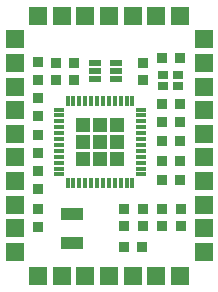
<source format=gts>
%FSLAX46Y46*%
G04 Gerber Fmt 4.6, Leading zero omitted, Abs format (unit mm)*
G04 Created by KiCad (PCBNEW (2014-jul-16 BZR unknown)-product) date Wed 11 Feb 2015 12:50:59 PM CET*
%MOMM*%
G01*
G04 APERTURE LIST*
%ADD10C,0.150000*%
%ADD11R,0.862000X0.887400*%
%ADD12R,0.887400X0.862000*%
%ADD13R,1.900000X1.100000*%
%ADD14O,0.380000X0.950000*%
%ADD15O,0.950000X0.380000*%
%ADD16R,1.250000X1.250000*%
%ADD17R,1.100760X0.498780*%
%ADD18R,1.600000X1.500000*%
%ADD19R,1.500000X1.600000*%
%ADD20R,0.850000X0.750000*%
%ADD21R,1.500000X1.500000*%
G04 APERTURE END LIST*
D10*
D11*
X167030000Y-119619300D03*
X167030000Y-118120700D03*
X168640000Y-119619300D03*
X168640000Y-118120700D03*
X170250000Y-119619300D03*
X170250000Y-118120700D03*
D12*
X170169300Y-110790000D03*
X168670700Y-110790000D03*
D11*
X158198200Y-105738100D03*
X158198200Y-107236700D03*
D12*
X170169300Y-112410000D03*
X168670700Y-112410000D03*
D11*
X159670000Y-105740700D03*
X159670000Y-107239300D03*
X167050000Y-105740700D03*
X167050000Y-107239300D03*
X158200000Y-114910700D03*
X158200000Y-116409300D03*
X158200000Y-113369300D03*
X158200000Y-111870700D03*
X165430000Y-118120700D03*
X165430000Y-119619300D03*
D12*
X168670700Y-105330000D03*
X170169300Y-105330000D03*
X170169300Y-109210000D03*
X168670700Y-109210000D03*
X168670700Y-115710000D03*
X170169300Y-115710000D03*
X170169300Y-114100000D03*
X168670700Y-114100000D03*
D11*
X161170000Y-105740700D03*
X161170000Y-107239300D03*
D12*
X165450700Y-121400000D03*
X166949300Y-121400000D03*
D13*
X161060000Y-118560000D03*
X161060000Y-121060000D03*
D14*
X160661720Y-115943520D03*
X161162100Y-115943520D03*
X161662480Y-115943520D03*
X162162860Y-115943520D03*
X162660700Y-115943520D03*
X163161080Y-115943520D03*
X163661460Y-115943520D03*
X164161840Y-115943520D03*
X164662220Y-115943520D03*
X165162600Y-115943520D03*
X165662980Y-115943520D03*
X166160820Y-115943520D03*
X162157780Y-108996480D03*
X161659940Y-108996480D03*
X161159560Y-108996480D03*
X160659180Y-108996480D03*
D15*
X166886060Y-113219300D03*
X166886060Y-112721460D03*
X166886060Y-112221080D03*
X166886060Y-111720700D03*
X166886060Y-111220320D03*
X166886060Y-110719940D03*
X166886060Y-110219560D03*
X166886060Y-109719180D03*
X166886060Y-115218280D03*
X166886060Y-114717900D03*
X166886060Y-114217520D03*
X166886060Y-113719680D03*
D14*
X166158280Y-108996480D03*
X165657900Y-108996480D03*
X165160060Y-108996480D03*
X164659680Y-108996480D03*
X164159300Y-108996480D03*
X163658920Y-108996480D03*
X163158540Y-108996480D03*
X162658160Y-108996480D03*
D15*
X159936480Y-109719180D03*
X159936480Y-110219560D03*
X159936480Y-110719940D03*
X159936480Y-111217780D03*
X159936480Y-111718160D03*
X159936480Y-112218540D03*
X159936480Y-112718920D03*
X159936480Y-113219300D03*
X159936480Y-113719680D03*
X159936480Y-114220060D03*
X159936480Y-114717900D03*
X159936480Y-115218280D03*
D16*
X161931720Y-113948280D03*
X161931720Y-112470000D03*
X161931720Y-110991720D03*
X163410000Y-113948280D03*
X163410000Y-112470000D03*
X163410000Y-110991720D03*
X164888280Y-113948280D03*
X164888280Y-112470000D03*
X164888280Y-110991720D03*
D17*
X164803400Y-107100480D03*
X164803400Y-106450240D03*
X164803400Y-105800000D03*
X163000000Y-105800000D03*
X163000000Y-106450240D03*
X163000000Y-107100480D03*
D11*
X158200000Y-108780700D03*
X158200000Y-110279300D03*
X158200000Y-118130700D03*
X158200000Y-119629300D03*
D18*
X156184600Y-103777400D03*
X156184600Y-105777400D03*
X156184600Y-107777400D03*
X156184600Y-109777400D03*
X156184600Y-111777400D03*
X156184600Y-113777400D03*
X156184600Y-115777400D03*
X156184600Y-117777400D03*
X156184600Y-119777400D03*
X156184600Y-121777400D03*
X172180000Y-103781400D03*
X172180000Y-105781400D03*
X172180000Y-107781400D03*
X172180000Y-109781400D03*
X172180000Y-111781400D03*
X172180000Y-113781400D03*
X172180000Y-115781400D03*
X172180000Y-117781400D03*
X172180000Y-119781400D03*
X172180000Y-121781400D03*
D19*
X158181400Y-123780000D03*
X160181400Y-123780000D03*
X162181400Y-123780000D03*
X164181400Y-123780000D03*
X166181400Y-123780000D03*
X168181400Y-123780000D03*
X170181400Y-123780000D03*
D20*
X170050000Y-107760000D03*
X168750000Y-107760000D03*
X168750000Y-106760000D03*
X170050000Y-106760000D03*
D21*
X158181400Y-101780000D03*
X160181400Y-101780000D03*
X162181400Y-101780000D03*
X164181400Y-101780000D03*
X166181400Y-101780000D03*
X168181400Y-101780000D03*
X170181400Y-101780000D03*
M02*

</source>
